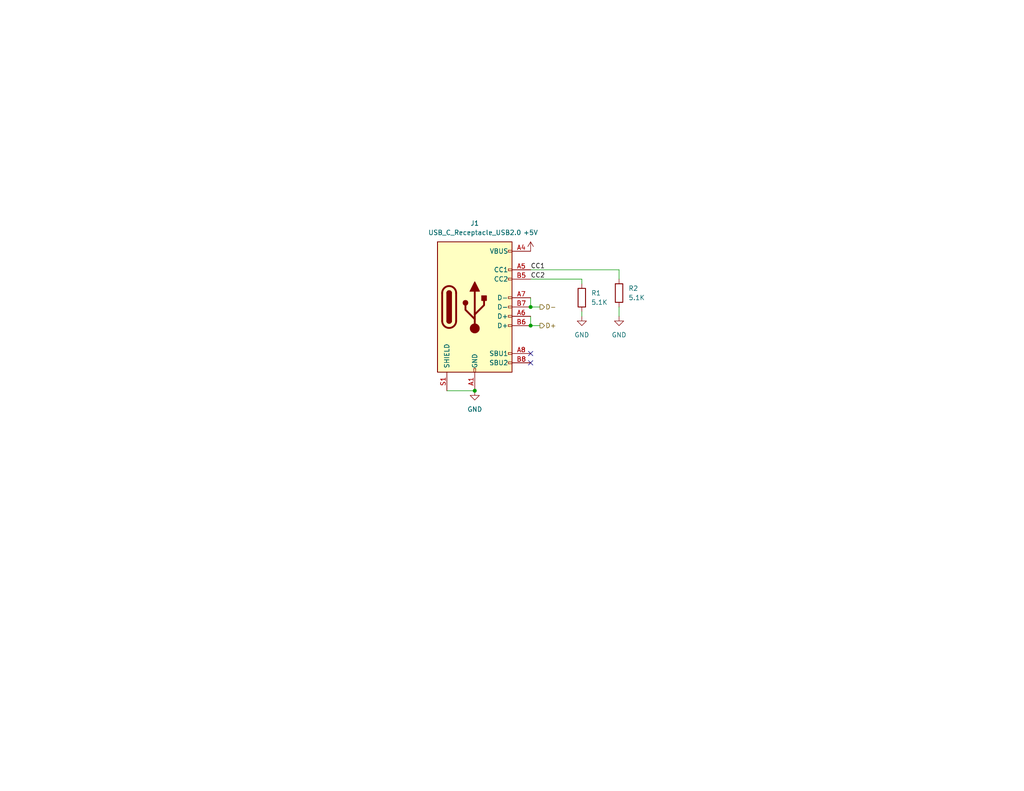
<source format=kicad_sch>
(kicad_sch (version 20230121) (generator eeschema)
  (paper "USLetter")
  (title_block (title "RGB LED Lights") (date "2024-01-11") (rev "B01") (comment 1 "Riya Gupta"))
  (lib_symbols
    (symbol "Connector:USB_C_Receptacle_USB2.0" (pin_names (offset 1.016))
      (property "Reference" "J" (at -10.16 19.05 0))
      (property "Value" "USB_C_Receptacle_USB2.0" (at 19.05 19.05 0))
      (symbol "USB_C_Receptacle_USB2.0_0_0"
        (rectangle (start -0.254 -17.78) (end 0.254 -16.764))
        (rectangle (start 10.16 -14.986) (end 9.144 -15.494))
        (rectangle (start 10.16 -12.446) (end 9.144 -12.954))
        (rectangle (start 10.16 -4.826) (end 9.144 -5.334))
        (rectangle (start 10.16 -2.286) (end 9.144 -2.794))
        (rectangle (start 10.16 0.254) (end 9.144 -0.254))
        (rectangle (start 10.16 2.794) (end 9.144 2.286))
        (rectangle (start 10.16 7.874) (end 9.144 7.366))
        (rectangle (start 10.16 10.414) (end 9.144 9.906))
        (rectangle (start 10.16 15.494) (end 9.144 14.986))
      )
      (symbol "USB_C_Receptacle_USB2.0_0_1"
        (rectangle (start -10.16 17.78) (end 10.16 -17.78) (stroke (width 0.254)) (fill (type background)))
        (arc (start -8.89 -3.81) (mid -6.985 -5.7067) (end -5.08 -3.81) (stroke (width 0.508)))
        (arc (start -7.62 -3.81) (mid -6.985 -4.4423) (end -6.35 -3.81) (stroke (width 0.254)))
        (arc (start -7.62 -3.81) (mid -6.985 -4.4423) (end -6.35 -3.81) (stroke (width 0.254)) (fill (type outline)))
        (rectangle (start -7.62 -3.81) (end -6.35 3.81) (stroke (width 0.254)) (fill (type outline)))
        (arc (start -6.35 3.81) (mid -6.985 4.4423) (end -7.62 3.81) (stroke (width 0.254)))
        (arc (start -6.35 3.81) (mid -6.985 4.4423) (end -7.62 3.81) (stroke (width 0.254)) (fill (type outline)))
        (arc (start -5.08 3.81) (mid -6.985 5.7067) (end -8.89 3.81) (stroke (width 0.508)))
        (circle (center -2.54 1.143) (radius 0.635) (stroke (width 0.254)) (fill (type outline)))
        (circle (center 0 -5.842) (radius 1.27) (fill (type outline)))
        (polyline (pts (xy -8.89 -3.81) (xy -8.89 3.81)) (stroke (width 0.508)))
        (polyline (pts (xy -5.08 3.81) (xy -5.08 -3.81)) (stroke (width 0.508)))
        (polyline (pts (xy 0 -5.842) (xy 0 4.318)) (stroke (width 0.508)))
        (polyline (pts (xy 0 -3.302) (xy -2.54 -0.762) (xy -2.54 0.508)) (stroke (width 0.508)))
        (polyline (pts (xy 0 -2.032) (xy 2.54 0.508) (xy 2.54 1.778)) (stroke (width 0.508)))
        (polyline (pts (xy -1.27 4.318) (xy 0 6.858) (xy 1.27 4.318) (xy -1.27 4.318)) (stroke (width 0.254)) (fill (type outline)))
        (rectangle (start 1.905 1.778) (end 3.175 3.048) (stroke (width 0.254)) (fill (type outline)))
      )
      (symbol "USB_C_Receptacle_USB2.0_1_1"
        (pin passive line (at 0 -22.86 90) (length 5.08) (name "GND") (number "A1"))
        (pin passive line (at 0 -22.86 90) (length 5.08) hide (name "GND") (number "A12"))
        (pin passive line (at 15.24 15.24 180) (length 5.08) (name "VBUS") (number "A4"))
        (pin bidirectional line (at 15.24 10.16 180) (length 5.08) (name "CC1") (number "A5"))
        (pin bidirectional line (at 15.24 -2.54 180) (length 5.08) (name "D+") (number "A6"))
        (pin bidirectional line (at 15.24 2.54 180) (length 5.08) (name "D-") (number "A7"))
        (pin bidirectional line (at 15.24 -12.7 180) (length 5.08) (name "SBU1") (number "A8"))
        (pin passive line (at 15.24 15.24 180) (length 5.08) hide (name "VBUS") (number "A9"))
        (pin passive line (at 0 -22.86 90) (length 5.08) hide (name "GND") (number "B1"))
        (pin passive line (at 0 -22.86 90) (length 5.08) hide (name "GND") (number "B12"))
        (pin passive line (at 15.24 15.24 180) (length 5.08) hide (name "VBUS") (number "B4"))
        (pin bidirectional line (at 15.24 7.62 180) (length 5.08) (name "CC2") (number "B5"))
        (pin bidirectional line (at 15.24 -5.08 180) (length 5.08) (name "D+") (number "B6"))
        (pin bidirectional line (at 15.24 0 180) (length 5.08) (name "D-") (number "B7"))
        (pin bidirectional line (at 15.24 -15.24 180) (length 5.08) (name "SBU2") (number "B8"))
        (pin passive line (at 15.24 15.24 180) (length 5.08) hide (name "VBUS") (number "B9"))
        (pin passive line (at -7.62 -22.86 90) (length 5.08) (name "SHIELD") (number "S1"))
      )
    )
    (symbol "Device:R" (pin_numbers hide) (pin_names (offset 0))
      (property "Reference" "R" (at 2.032 0 90))
      (property "Value" "R" (at 0 0 90))
      (symbol "R_0_1"
        (rectangle (start -1.016 -2.54) (end 1.016 2.54) (stroke (width 0.254)))
      )
      (symbol "R_1_1"
        (pin passive line (at 0 3.81 270) (length 1.27) (name "~") (number "1"))
        (pin passive line (at 0 -3.81 90) (length 1.27) (name "~") (number "2"))
      )
    )
    (symbol "power:+5V" (power) (pin_names (offset 0))
      (property "Value" "+5V" (at 0 3.556 0))
      (symbol "+5V_0_1"
        (polyline (pts (xy -0.762 1.27) (xy 0 2.54)))
        (polyline (pts (xy 0 0) (xy 0 2.54)))
        (polyline (pts (xy 0 2.54) (xy 0.762 1.27)))
      )
      (symbol "+5V_1_1"
        (pin power_in line (at 0 0 90) (length 0) hide (name "+5V") (number "1"))
      )
    )
    (symbol "power:GND" (power) (pin_names (offset 0))
      (property "Value" "GND" (at 0 -3.81 0))
      (symbol "GND_0_1"
        (polyline (pts (xy 0 0) (xy 0 -1.27) (xy 1.27 -1.27) (xy 0 -2.54) (xy -1.27 -1.27) (xy 0 -1.27)))
      )
      (symbol "GND_1_1"
        (pin power_in line (at 0 0 270) (length 0) hide (name "GND") (number "1"))
      )
    )
  )
  (junction (at 144.78 83.82))
  (junction (at 129.54 106.68))
  (junction (at 144.78 88.9))
  (no_connect (at 144.78 99.06))
  (no_connect (at 144.78 96.52))
  (wire (pts (xy 144.78 73.66) (xy 168.91 73.66)))
  (wire (pts (xy 158.75 86.36) (xy 158.75 85.09)))
  (wire (pts (xy 144.78 88.9) (xy 147.32 88.9)))
  (wire (pts (xy 158.75 76.2) (xy 144.78 76.2)))
  (wire (pts (xy 121.92 106.68) (xy 129.54 106.68)))
  (wire (pts (xy 168.91 73.66) (xy 168.91 76.2)))
  (wire (pts (xy 144.78 81.28) (xy 144.78 83.82)))
  (wire (pts (xy 144.78 83.82) (xy 147.32 83.82)))
  (wire (pts (xy 144.78 86.36) (xy 144.78 88.9)))
  (wire (pts (xy 158.75 76.2) (xy 158.75 77.47)))
  (wire (pts (xy 168.91 83.82) (xy 168.91 86.36)))
  (label "CC2" (at 144.78 76.2 0))
  (label "CC1" (at 144.78 73.66 0))
  (hierarchical_label "D+" (shape output) (at 147.32 88.9 0))
  (hierarchical_label "D-" (shape output) (at 147.32 83.82 0))
  (symbol (lib_id "power:+5V") (at 144.78 68.58 0) (unit 1)
    (property "Reference" "#PWR0105" (effects hide))
    (property "Value" "+5V" (at 144.78 63.5 0))
  )
  (symbol (lib_id "Connector:USB_C_Receptacle_USB2.0") (at 129.54 83.82 0) (unit 1)
    (property "Reference" "J1" (at 129.54 60.96 0))
    (property "Value" "USB_C_Receptacle_USB2.0" (at 129.54 63.5 0))
    (property "Footprint" "Connector_USB:USB_C_Receptacle_GCT_USB4085" (effects hide))
    (property "Datasheet" "https://www.usb.org/sites/default/files/documents/usb_type-c.zip" (effects hide))
  )
  (symbol (lib_id "power:GND") (at 168.91 86.36 0) (unit 1)
    (property "Reference" "#PWR0104" (effects hide))
    (property "Value" "GND" (at 168.91 91.44 0))
  )
  (symbol (lib_id "Device:R") (at 158.75 81.28 0) (unit 1)
    (property "Reference" "R1" (at 161.29 80.0099 0) (effects (justify left)))
    (property "Value" "5.1K" (at 161.29 82.5499 0) (effects (justify left)))
    (property "Footprint" "Resistor_SMD:R_0603_1608Metric" (effects hide))
  )
  (symbol (lib_id "power:GND") (at 158.75 86.36 0) (unit 1)
    (property "Reference" "#PWR0103" (effects hide))
    (property "Value" "GND" (at 158.75 91.44 0))
  )
  (symbol (lib_id "power:GND") (at 129.54 106.68 0) (unit 1)
    (property "Reference" "#PWR0102" (effects hide))
    (property "Value" "GND" (at 129.54 111.76 0))
  )
  (symbol (lib_id "Device:R") (at 168.91 80.01 0) (unit 1)
    (property "Reference" "R2" (at 171.45 78.7399 0) (effects (justify left)))
    (property "Value" "5.1K" (at 171.45 81.2799 0) (effects (justify left)))
    (property "Footprint" "Resistor_SMD:R_0603_1608Metric" (effects hide))
  )
)
</source>
